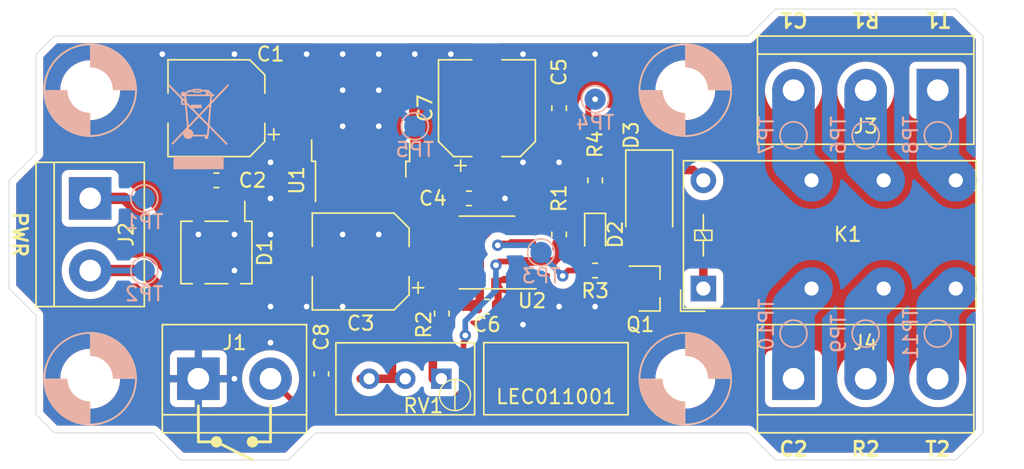
<source format=kicad_pcb>
(kicad_pcb (version 20211014) (generator pcbnew)
  (layers (0 "F.Cu" signal) (31 "B.Cu" signal) (34 "B.Paste" user) (35 "F.Paste" user) (36 "B.SilkS" user "B.Silkscreen") (37 "F.SilkS" user "F.Silkscreen") (38 "B.Mask" user) (39 "F.Mask" user) (44 "Edge.Cuts" user))
  (net 0 "")
  (net 1 "GND")
  (net 2 "Net-(C1-Pad1)")
  (net 3 "Net-(C3-Pad1)")
  (net 4 "Net-(C4-Pad1)")
  (net 5 "+5V")
  (net 6 "Net-(D1-Pad4)")
  (net 7 "Net-(D1-Pad3)")
  (net 8 "Net-(D2-Pad1)")
  (net 9 "Net-(D3-Pad2)")
  (net 10 "Net-(J1-Pad2)")
  (net 11 "/C1")
  (net 12 "/R1")
  (net 13 "/T1")
  (net 14 "/T2")
  (net 15 "/R2")
  (net 16 "/C2")
  (net 17 "Net-(Q1-Pad1)")
  (net 18 "Net-(R2-Pad2)")
  (net 19 "Net-(R3-Pad2)")
  (footprint "0_capacitors:CP_Elec_6.3x5.8" (layer "F.Cu") (at 92.71 34.29 180)
    (fp_text reference "C1" (at -3.81 3.81) (layer "F.SilkS"))
    (fp_text value "100uF")
    (pad "1" smd roundrect locked (at -2.2 0 180) (size 3.5 1.6) (layers "F.Cu" "F.Paste" "F.Mask") (roundrect_rratio 0.156) (net 2 "Net-(C1-Pad1)"))
    (pad "2" smd roundrect locked (at 2.2 0 180) (size 3.5 1.6) (layers "F.Cu" "F.Paste" "F.Mask") (roundrect_rratio 0.156) (net 1 "GND"))
  )
  (footprint "Capacitor_SMD:C_0603_1608Metric" (layer "F.Cu") (at 92.71 39.37 180)
    (fp_text reference "C2" (at -2.54 0) (layer "F.SilkS"))
    (fp_text value "100nF")
    (pad "1" smd roundrect locked (at -0.7875 0 180) (size 0.875 0.95) (layers "F.Cu" "F.Paste" "F.Mask") (net 2 "Net-(C1-Pad1)"))
    (pad "2" smd roundrect locked (at 0.7875 0 180) (size 0.875 0.95) (layers "F.Cu" "F.Paste" "F.Mask") (net 1 "GND"))
  )
  (footprint "Capacitor_SMD:C_0603_1608Metric" (layer "F.Cu") (at 110.49 40.64)
    (fp_text reference "C4" (at -2.54 0) (layer "F.SilkS"))
    (fp_text value "100nF")
    (pad "1" smd roundrect locked (at -0.7875 0) (size 0.875 0.95) (layers "F.Cu" "F.Paste" "F.Mask") (net 4 "Net-(C4-Pad1)"))
    (pad "2" smd roundrect locked (at 0.7875 0) (size 0.875 0.95) (layers "F.Cu" "F.Paste" "F.Mask") (net 1 "GND"))
  )
  (footprint "Capacitor_SMD:C_0603_1608Metric" (layer "F.Cu") (at 116.84 34.29 90)
    (fp_text reference "C5" (at 2.54 0 90) (layer "F.SilkS"))
    (fp_text value "100nF")
    (pad "1" smd roundrect locked (at -0.7875 0 90) (size 0.875 0.95) (layers "F.Cu" "F.Paste" "F.Mask") (net 5 "+5V"))
    (pad "2" smd roundrect locked (at 0.7875 0 90) (size 0.875 0.95) (layers "F.Cu" "F.Paste" "F.Mask") (net 1 "GND"))
  )
  (footprint "0_capacitors:CP_Elec_6.3x5.8" (layer "F.Cu") (at 111.76 34.29 90)
    (fp_text reference "C7" (at 0 -4.35 90) (layer "F.SilkS"))
    (fp_text value "100uF")
    (pad "1" smd roundrect locked (at -2.2 0 90) (size 3.5 1.6) (layers "F.Cu" "F.Paste" "F.Mask") (roundrect_rratio 0.156) (net 5 "+5V"))
    (pad "2" smd roundrect locked (at 2.2 0 90) (size 3.5 1.6) (layers "F.Cu" "F.Paste" "F.Mask") (roundrect_rratio 0.156) (net 1 "GND"))
  )
  (footprint "Package_TO_SOT_SMD:TO-269AA" (layer "F.Cu") (at 92.71 44.45 -90)
    (fp_text reference "D1" (at 0 -3.4 90) (layer "F.SilkS"))
    (fp_text value "MB10S")
    (pad "1" smd rect locked (at -3.075 -1.27 270) (size 1 0.8) (layers "F.Cu" "F.Paste" "F.Mask") (net 2 "Net-(C1-Pad1)"))
    (pad "2" smd rect locked (at -3.075 1.27 270) (size 1 0.8) (layers "F.Cu" "F.Paste" "F.Mask") (net 1 "GND"))
    (pad "3" smd rect locked (at 3.075 1.27 270) (size 1 0.8) (layers "F.Cu" "F.Paste" "F.Mask") (net 7 "Net-(D1-Pad3)"))
    (pad "4" smd rect locked (at 3.075 -1.27 270) (size 1 0.8) (layers "F.Cu" "F.Paste" "F.Mask") (net 6 "Net-(D1-Pad4)"))
  )
  (footprint "LED_SMD:LED_0603_1608Metric" (layer "F.Cu") (at 119.38 43.18 -90)
    (fp_text reference "D2" (at 0 -1.43 90) (layer "F.SilkS"))
    (fp_text value "LED")
    (pad "1" smd roundrect locked (at -0.7875 0 270) (size 0.875 0.95) (layers "F.Cu" "F.Paste" "F.Mask") (net 8 "Net-(D2-Pad1)"))
    (pad "2" smd roundrect locked (at 0.7875 0 270) (size 0.875 0.95) (layers "F.Cu" "F.Paste" "F.Mask") (net 5 "+5V"))
  )
  (footprint "Diode_SMD:D_SMA" (layer "F.Cu") (at 123.19 40.64 -90)
    (fp_text reference "D3" (at -4.445 1.27 90) (layer "F.SilkS"))
    (fp_text value "D")
    (pad "1" smd rect locked (at -2 0 270) (size 2.5 1.8) (layers "F.Cu" "F.Paste" "F.Mask") (net 5 "+5V"))
    (pad "2" smd rect locked (at 2 0 270) (size 2.5 1.8) (layers "F.Cu" "F.Paste" "F.Mask") (net 9 "Net-(D3-Pad2)"))
  )
  (footprint "0_mechanical:MountingHole_3.2mm_M3" (layer "F.Cu") (at 83.82 53.34)
    (fp_text reference "H1" hide)
    (fp_text value "MountingHole" hide)
    (pad "" np_thru_hole circle locked (at 0 0) (size 3.2 3.2) (drill 3.2) (layers *.Cu *.Mask))
  )
  (footprint "0_mechanical:MountingHole_3.2mm_M3" (layer "F.Cu") (at 125.73 33.02)
    (fp_text reference "H2" hide)
    (fp_text value "MountingHole" hide)
    (pad "" np_thru_hole circle locked (at 0 0) (size 3.2 3.2) (drill 3.2) (layers *.Cu *.Mask))
  )
  (footprint "0_mechanical:MountingHole_3.2mm_M3" (layer "F.Cu") (at 83.82 33.02)
    (fp_text reference "H3" hide)
    (fp_text value "MountingHole" hide)
    (pad "" np_thru_hole circle locked (at 0 0) (size 3.2 3.2) (drill 3.2) (layers *.Cu *.Mask))
  )
  (footprint "0_mechanical:MountingHole_3.2mm_M3" (layer "F.Cu") (at 125.73 53.34)
    (fp_text reference "H4" hide)
    (fp_text value "MountingHole" hide)
    (pad "" np_thru_hole circle locked (at 0 0) (size 3.2 3.2) (drill 3.2) (layers *.Cu *.Mask))
  )
  (footprint "0_connectors:TerminalBlock_bornier-2_P5.08mm-blue" (layer "F.Cu") (at 91.44 53.34)
    (fp_text reference "J1" (at 2.54 -2.54) (layer "F.SilkS"))
    (fp_text value "Button")
    (pad "1" thru_hole rect locked (at 0 0) (size 3 3) (drill 1.52) (layers *.Cu *.Mask) (net 1 "GND"))
    (pad "2" thru_hole circle locked (at 5.08 0) (size 3 3) (drill 1.52) (layers *.Cu *.Mask) (net 10 "Net-(J1-Pad2)"))
  )
  (footprint "0_connectors:TerminalBlock_bornier-2_P5.08mm-green" (layer "F.Cu") (at 83.82 40.64 -90)
    (fp_text reference "J2" (at 2.54 -2.54 90) (layer "F.SilkS"))
    (fp_text value "PWR")
    (pad "1" thru_hole rect locked (at 0 0 270) (size 3 3) (drill 1.52) (layers *.Cu *.Mask) (net 7 "Net-(D1-Pad3)"))
    (pad "2" thru_hole circle locked (at 5.08 0 270) (size 3 3) (drill 1.52) (layers *.Cu *.Mask) (net 6 "Net-(D1-Pad4)"))
  )
  (footprint "0_connectors:TerminalBlock_bornier-3_P5.08mm-blue" (layer "F.Cu") (at 138.43 33.02 180)
    (fp_text reference "J3" (at 0 -2.54) (layer "F.SilkS"))
    (fp_text value "CONTACT_1")
    (pad "1" thru_hole rect locked (at -5.08 0 180) (size 3 3) (drill 1.52) (layers *.Cu *.Mask) (net 13 "/T1"))
    (pad "2" thru_hole circle locked (at 0 0 180) (size 3 3) (drill 1.52) (layers *.Cu *.Mask) (net 12 "/R1"))
    (pad "3" thru_hole circle locked (at 5.08 0 180) (size 3 3) (drill 1.52) (layers *.Cu *.Mask) (net 11 "/C1"))
  )
  (footprint "0_connectors:TerminalBlock_bornier-3_P5.08mm-blue" (layer "F.Cu") (at 138.43 53.34)
    (fp_text reference "J4" (at -0.03 -2.54) (layer "F.SilkS"))
    (fp_text value "CONTACT_2")
    (pad "1" thru_hole rect locked (at -5.08 0) (size 3 3) (drill 1.52) (layers *.Cu *.Mask) (net 16 "/C2"))
    (pad "2" thru_hole circle locked (at 0 0) (size 3 3) (drill 1.52) (layers *.Cu *.Mask) (net 15 "/R2"))
    (pad "3" thru_hole circle locked (at 5.08 0) (size 3 3) (drill 1.52) (layers *.Cu *.Mask) (net 14 "/T2"))
  )
  (footprint "0_relays:Relay_DPDT_HK19F" (layer "F.Cu") (at 127 46.99)
    (fp_text reference "K1" (at 10.16 -3.81) (layer "F.SilkS"))
    (fp_text value "HK19F-5V")
    (pad "1" thru_hole circle locked (at 0 -7.62 90) (size 1.8 1.8) (drill 1) (layers *.Cu *.Mask) (net 5 "+5V"))
    (pad "4" thru_hole circle locked (at 7.62 -7.62 90) (size 1.8 1.8) (drill 1) (layers *.Cu *.Mask) (net 11 "/C1"))
    (pad "6" thru_hole circle locked (at 12.7 -7.62 90) (size 1.8 1.8) (drill 1) (layers *.Cu *.Mask) (net 12 "/R1"))
    (pad "8" thru_hole circle locked (at 17.78 -7.62 180) (size 1.8 1.8) (drill 1) (layers *.Cu *.Mask) (net 13 "/T1"))
    (pad "9" thru_hole circle locked (at 17.78 0 90) (size 1.8 1.8) (drill 1) (layers *.Cu *.Mask) (net 14 "/T2"))
    (pad "11" thru_hole circle locked (at 12.7 0 90) (size 1.8 1.8) (drill 1) (layers *.Cu *.Mask) (net 15 "/R2"))
    (pad "13" thru_hole circle locked (at 7.62 0 90) (size 1.8 1.8) (drill 1) (layers *.Cu *.Mask) (net 16 "/C2"))
    (pad "16" thru_hole rect locked (at 0 0 90) (size 1.8 1.8) (drill 1) (layers *.Cu *.Mask) (net 9 "Net-(D3-Pad2)"))
  )
  (footprint "0_logos:Logo_10mm" (layer "F.Cu") (at 116.62 52.07)
    (fp_text reference "LOGO1" hide)
    (fp_text value "logo_lectix_25mm" hide)
    (fp_poly (pts (xy -0.941598 0.135255) (xy -0.93688 0.184642) (xy -0.927286 0.233391) (xy -0.913012 0.281126) (xy -0.894257 0.327472) (xy -0.871216 0.372055) (xy -0.844087 0.4145) (xy -0.813067 0.454432) (xy -0.778352 0.491476) (xy -0.74014 0.525258) (xy -0.73406 0.530066) (xy -0.693962 0.558193) (xy -0.650655 0.582754) (xy -0.604786 0.603491) (xy -0.557001 0.620147) (xy -0.507946 0.632466) (xy -0.458267 0.640191) (xy -0.456939 0.640331) (xy -0.435583 0.641812) (xy -0.410988 0.642277) (xy -0.38483 0.641784) (xy -0.358784 0.640393) (xy -0.334525 0.638161) (xy -0.31496 0.635369) (xy -0.26458 0.623968) (xy -0.215829 0.608011) (xy -0.169027 0.587722) (xy -0.124494 0.563326) (xy -0.082553 0.53505) (xy -0.043523 0.503119) (xy -0.007725 0.467757) (xy 0.024521 0.429189) (xy 0.052893 0.387642) (xy 0.063459 0.36957) (xy 0.067764 0.361866) (xy 0.070977 0.356162) (xy 0.072419 0.35366) (xy 0.072428 0.353648) (xy 0.074718 0.354589) (xy 0.080966 0.357586) (xy 0.090622 0.362356) (xy 0.103134 0.368617) (xy 0.11795 0.376087) (xy 0.134518 0.384484) (xy 0.152288 0.393526) (xy 0.170709 0.40293) (xy 0.189227 0.412414) (xy 0.207292 0.421697) (xy 0.224353 0.430496) (xy 0.239857 0.43853) (xy 0.253254 0.445515) (xy 0.263992 0.45117) (xy 0.271519 0.455212) (xy 0.275284 0.45736) (xy 0.275579 0.457574) (xy 0.276342 0.459476) (xy 0.27565 0.462864) (xy 0.273236 0.468246) (xy 0.268829 0.47613) (xy 0.262161 0.487022) (xy 0.252963 0.501432) (xy 0.249532 0.50673) (xy 0.213745 0.557247) (xy 0.174233 0.604456) (xy 0.131253 0.648181) (xy 0.085061 0.688245) (xy 0.035915 0.724473) (xy -0.015929 0.75669) (xy -0.070214 0.784719) (xy -0.126683 0.808386) (xy -0.185078 0.827513) (xy -0.238614 0.840608) (xy -0.259549 0.844715) (xy -0.278693 0.847937) (xy -0.297214 0.850387) (xy -0.316279 0.852177) (xy -0.337056 0.853419) (xy -0.360714 0.854226) (xy -0.38481 0.854665) (xy -0.403035 0.85486) (xy -0.419929 0.85496) (xy -0.434719 0.854966) (xy -0.446633 0.85488) (xy -0.454897 0.854704) (xy -0.45847 0.854485) (xy -0.464358 0.853741) (xy -0.47369 0.85263) (xy -0.484862 0.851341) (xy -0.49022 0.850735) (xy -0.545997 0.842047) (xy -0.601993 0.828574) (xy -0.657599 0.810545) (xy -0.712206 0.788188) (xy -0.765203 0.761731) (xy -0.815981 0.731401) (xy -0.82423 0.725955) (xy -0.854202 0.705098) (xy -0.880956 0.684653) (xy -0.906058 0.663317) (xy -0.931073 0.63979) (xy -0.946282 0.624501) (xy -0.98848 0.577656) (xy -1.026384 0.528179) (xy -1.059914 0.476236) (xy -1.088986 0.421994) (xy -1.113518 0.365618) (xy -1.133426 0.307274) (xy -1.148629 0.247129) (xy -1.156813 0.201477) (xy -1.15802 0.192261) (xy -1.159423 0.17981) (xy -1.160913 0.165307) (xy -1.162382 0.149937) (xy -1.163719 0.134885) (xy -1.164815 0.121334) (xy -1.165562 0.11047) (xy -1.16585 0.103505) (xy -1.163398 0.103107) (xy -1.156379 0.102738) (xy -1.145308 0.102405) (xy -1.130696 0.102119) (xy -1.113059 0.101886) (xy -1.092909 0.101717) (xy -1.070759 0.10162) (xy -1.054481 0.1016) (xy -0.943101 0.1016) (xy -0.941598 0.135255)) (layer "F.Cu") (width 0.01) (fill solid))
    (fp_poly (pts (xy 4.376304 -0.819908) (xy 4.39485 -0.819812) (xy 4.508296 -0.81915) (xy 4.202148 -0.400817) (xy 4.172064 -0.359702) (xy 4.142787 -0.319675) (xy 4.114458 -0.280931) (xy 4.087217 -0.243662) (xy 4.061206 -0.20806) (xy 4.036566 -0.17432) (xy 4.013436 -0.142634) (xy 3.991957 -0.113194) (xy 3.972271 -0.086194) (xy 3.954518 -0.061828) (xy 3.938839 -0.040287) (xy 3.925374 -0.021764) (xy 3.914265 -0.006454) (xy 3.905651 0.005452) (xy 3.899674 0.01376) (xy 3.896474 0.018277) (xy 3.895946 0.019087) (xy 3.897407 0.021269) (xy 3.901707 0.02737) (xy 3.908703 0.037192) (xy 3.918256 0.050541) (xy 3.930224 0.06722) (xy 3.944465 0.087032) (xy 3.960838 0.109783) (xy 3.979202 0.135275) (xy 3.999416 0.163314) (xy 4.021337 0.193701) (xy 4.044825 0.226243) (xy 4.069739 0.260742) (xy 4.095938 0.297003) (xy 4.123279 0.334829) (xy 4.151622 0.374025) (xy 4.180825 0.414395) (xy 4.192671 0.430766) (xy 4.22219 0.471564) (xy 4.250913 0.511274) (xy 4.278699 0.549701) (xy 4.305405 0.586647) (xy 4.330889 0.621916) (xy 4.35501 0.65531) (xy 4.377626 0.686635) (xy 4.398595 0.715692) (xy 4.417775 0.742285) (xy 4.435025 0.766218) (xy 4.450202 0.787293) (xy 4.463164 0.805315) (xy 4.47377 0.820086) (xy 4.481878 0.831411) (xy 4.487346 0.839091) (xy 4.490033 0.842932) (xy 4.490296 0.843347) (xy 4.488016 0.843981) (xy 4.480822 0.844522) (xy 4.468878 0.844969) (xy 4.452349 0.845317) (xy 4.4314 0.845563) (xy 4.406196 0.845703) (xy 4.377266 0.845734) (xy 4.26339 0.845649) (xy 4.02209 0.51178) (xy 3.995526 0.475037) (xy 3.969765 0.439426) (xy 3.944965 0.405163) (xy 3.921283 0.372466) (xy 3.898876 0.34155) (xy 3.877902 0.312632) (xy 3.858517 0.285929) (xy 3.84088 0.261658) (xy 3.825147 0.240034) (xy 3.811475 0.221274) (xy 3.800023 0.205596) (xy 3.790948 0.193215) (xy 3.784406 0.184347) (xy 3.780556 0.179211) (xy 3.77952 0.177933) (xy 3.777906 0.17995) (xy 3.773455 0.185854) (xy 3.766324 0.195427) (xy 3.756674 0.208455) (xy 3.744661 0.224722) (xy 3.730447 0.24401) (xy 3.714188 0.266106) (xy 3.696044 0.290791) (xy 3.676173 0.317851) (xy 3.654734 0.34707) (xy 3.631887 0.378231) (xy 3.607789 0.411119) (xy 3.5826 0.445518) (xy 3.556477 0.481211) (xy 3.53568 0.509644) (xy 3.508925 0.546214) (xy 3.482965 0.581667) (xy 3.457961 0.615786) (xy 3.434072 0.648355) (xy 3.411458 0.679156) (xy 3.390279 0.707973) (xy 3.370693 0.734589) (xy 3.352863 0.758787) (xy 3.336946 0.78035) (xy 3.323102 0.799061) (xy 3.311493 0.814704) (xy 3.302276 0.827061) (xy 3.295613 0.835916) (xy 3.291662 0.841051) (xy 3.29057 0.842335) (xy 3.287574 0.842529) (xy 3.280025 0.84268) (xy 3.26845 0.842789) (xy 3.253375 0.842853) (xy 3.235327 0.84287) (xy 3.214833 0.842839) (xy 3.192419 0.842759) (xy 3.175648 0.842672) (xy 3.063267 0.84201) (xy 3.669225 0.01397) (xy 3.711717 -0.044093) (xy 3.753457 -0.101122) (xy 3.794343 -0.156981) (xy 3.834276 -0.211531) (xy 3.873154 -0.264637) (xy 3.910878 -0.316161) (xy 3.947347 -0.365964) (xy 3.982459 -0.413911) (xy 4.016115 -0.459864) (xy 4.048214 -0.503686) (xy 4.078655 -0.545239) (xy 4.107338 -0.584386) (xy 4.134162 -0.620989) (xy 4.159027 -0.654913) (xy 4.181832 -0.686019) (xy 4.202477 -0.714169) (xy 4.22086 -0.739228) (xy 4.236882 -0.761057) (xy 4.250441 -0.779519) (xy 4.261437 -0.794478) (xy 4.269771 -0.805795) (xy 4.27534 -0.813333) (xy 4.278045 -0.816956) (xy 4.278294 -0.817272) (xy 4.280129 -0.818064) (xy 4.284193 -0.818708) (xy 4.29086 -0.819211) (xy 4.300504 -0.819582) (xy 4.313497 -0.819829) (xy 4.330212 -0.819961) (xy 4.351024 -0.819984) (xy 4.376304 -0.819908)) (layer "F.Cu") (width 0.01) (fill solid))
    (fp_poly (pts (xy -1.68148 0.10922) (xy -2.44094 0.10922) (xy -2.44094 0.45212) (xy -2.66192 0.45212) (xy -2.66192 -0.1143) (xy -1.68148 -0.1143) (xy -1.68148 0.10922)) (layer "F.Cu") (width 0.01) (fill solid))
    (fp_poly (pts (xy -0.373791 -0.828885) (xy -0.352051 -0.828102) (xy -0.333524 -0.826865) (xy -0.32512 -0.825987) (xy -0.263464 -0.815889) (xy -0.203518 -0.801142) (xy -0.145498 -0.78188) (xy -0.08962 -0.75824) (xy -0.036099 -0.730358) (xy 0.01485 -0.698368) (xy 0.063012 -0.662408) (xy 0.108171 -0.622612) (xy 0.150111 -0.579116) (xy 0.188617 -0.532056) (xy 0.223475 -0.481567) (xy 0.224753 -0.479538) (xy 0.23095 -0.469396) (xy 0.235873 -0.460824) (xy 0.239032 -0.454716) (xy 0.239933 -0.451966) (xy 0.239927 -0.451954) (xy 0.237616 -0.450206) (xy 0.231584 -0.446064) (xy 0.222376 -0.439884) (xy 0.210541 -0.432024) (xy 0.196627 -0.422841) (xy 0.181181 -0.412692) (xy 0.16475 -0.401934) (xy 0.147883 -0.390925) (xy 0.131127 -0.380021) (xy 0.115029 -0.369581) (xy 0.100138 -0.359961) (xy 0.087 -0.351518) (xy 0.076165 -0.34461) (xy 0.068178 -0.339593) (xy 0.063588 -0.336826) (xy 0.062794 -0.336416) (xy 0.059968 -0.337282) (xy 0.055905 -0.341905) (xy 0.050305 -0.350661) (xy 0.047184 -0.356086) (xy 0.030089 -0.383572) (xy 0.009427 -0.411998) (xy -0.013771 -0.440148) (xy -0.038472 -0.466803) (xy -0.063644 -0.490746) (xy -0.07552 -0.50086) (xy -0.116154 -0.530828) (xy -0.159753 -0.556873) (xy -0.205804 -0.578774) (xy -0.253792 -0.59631) (xy -0.303203 -0.60926) (xy -0.343548 -0.616187) (xy -0.365054 -0.618232) (xy -0.389779 -0.619278) (xy -0.41624 -0.619363) (xy -0.442955 -0.61852) (xy -0.468443 -0.616786) (xy -0.491221 -0.614196) (xy -0.502174 -0.612397) (xy -0.552714 -0.600392) (xy -0.601225 -0.583901) (xy -0.647466 -0.563143) (xy -0.691196 -0.538334) (xy -0.732174 -0.509692) (xy -0.770159 -0.477434) (xy -0.80491 -0.441777) (xy -0.836186 -0.402938) (xy -0.863748 -0.361136) (xy -0.887352 -0.316587) (xy -0.90676 -0.269508) (xy -0.916801 -0.238379) (xy -0.927444 -0.193948) (xy -0.934072 -0.147895) (xy -0.936568 -0.109855) (xy -0.937972 -0.06858) (xy -1.158969 -0.06858) (xy -1.157493 -0.113665) (xy -1.153049 -0.173235) (xy -1.143761 -0.231781) (xy -1.129804 -0.289055) (xy -1.111357 -0.344808) (xy -1.088595 -0.398794) (xy -1.061694 -0.450761) (xy -1.030832 -0.500463) (xy -0.996184 -0.547651) (xy -0.957927 -0.592077) (xy -0.916238 -0.63349) (xy -0.871292 -0.671645) (xy -0.823267 -0.706291) (xy -0.772339 -0.73718) (xy -0.718684 -0.764064) (xy -0.6858 -0.777954) (xy -0.632923 -0.796535) (xy -0.578211 -0.811237) (xy -0.520795 -0.822284) (xy -0.50546 -0.824566) (xy -0.489281 -0.826312) (xy -0.469218 -0.827661) (xy -0.446456 -0.828601) (xy -0.422175 -0.829125) (xy -0.397559 -0.829223) (xy -0.373791 -0.828885)) (layer "F.Cu") (width 0.01) (fill solid))
    (fp_poly (pts (xy -3.1115 0.85344) (xy -4.25958 0.85344) (xy -4.25958 0.62992) (xy -3.1115 0.62992) (xy -3.1115 0.85344)) (layer "F.Cu") (width 0.01) (fill solid))
    (fp_poly (pts (xy -1.56718 0.85344) (xy -2.65938 0.85344) (xy -2.65938 0.62992) (xy -1.56718 0.62992) (xy -1.56718 0.85344)) (layer "F.Cu") (width 0.01) (fill solid))
    (fp_poly (pts (xy 1.3716 0.84582) (xy 1.15062 0.84582) (xy 1.15062 -0.43688) (xy 1.3716 -0.43688) (xy 1.3716 0.84582)) (layer "F.Cu") (width 0.01) (fill solid))
    (fp_poly (pts (xy -1.56718 -0.61214) (xy -2.44094 -0.61214) (xy -2.44094 -0.29972) (xy -2.66446 -0.29972) (xy -2.66446 -0.83312) (xy -1.56718 -0.83312) (xy -1.56718 -0.61214)) (layer "F.Cu") (width 0.01) (fill solid))
    (fp_poly (pts (xy -4.0386 0.45212) (xy -4.25958 0.45212) (xy -4.25958 -0.82296) (xy -4.0386 -0.82296) (xy -4.0386 0.45212)) (layer "F.Cu") (width 0.01) (fill solid))
    (fp_poly (pts (xy 1.95072 -0.60452) (xy 0.58166 -0.60452) (xy 0.58166 -0.8255) (xy 1.95072 -0.8255) (xy 1.95072 -0.60452)) (layer "F.Cu") (width 0.01) (fill solid))
    (fp_poly (pts (xy 2.61874 0.84582) (xy 2.39776 0.84582) (xy 2.39776 -0.8255) (xy 2.61874 -0.8255) (xy 2.61874 0.84582)) (layer "F.Cu") (width 0.01) (fill solid))
    (fp_poly (pts (xy 3.260968 -0.8255) (xy 3.466269 -0.542956) (xy 3.490799 -0.509165) (xy 3.514493 -0.476463) (xy 3.53718 -0.445091) (xy 3.558689 -0.415286) (xy 3.578848 -0.387289) (xy 3.597487 -0.361337) (xy 3.614435 -0.337671) (xy 3.62952 -0.31653) (xy 3.642571 -0.298152) (xy 3.653418 -0.282777) (xy 3.661889 -0.270644) (xy 3.667814 -0.261991) (xy 3.671021 -0.257058) (xy 3.67157 -0.255979) (xy 3.670129 -0.252999) (xy 3.666077 -0.246561) (xy 3.659817 -0.237221) (xy 3.651755 -0.225539) (xy 3.642293 -0.212072) (xy 3.631838 -0.197378) (xy 3.620793 -0.182016) (xy 3.609562 -0.166543) (xy 3.598551 -0.151517) (xy 3.588162 -0.137496) (xy 3.578801 -0.125038) (xy 3.570872 -0.114702) (xy 3.564779 -0.107045) (xy 3.560927 -0.102625) (xy 3.55981 -0.101753) (xy 3.558071 -0.103777) (xy 3.553504 -0.109705) (xy 3.546264 -0.119329) (xy 3.536502 -0.132439) (xy 3.524373 -0.148826) (xy 3.510029 -0.168281) (xy 3.493625 -0.190595) (xy 3.475313 -0.215558) (xy 3.455247 -0.242963) (xy 3.433579 -0.272598) (xy 3.410465 -0.304257) (xy 3.386056 -0.337728) (xy 3.360506 -0.372804) (xy 3.333968 -0.409276) (xy 3.306596 -0.446933) (xy 3.29819 -0.458507) (xy 3.270558 -0.496555) (xy 3.243707 -0.533532) (xy 3.217789 -0.569228) (xy 3.19296 -0.603428) (xy 3.169374 -0.635919) (xy 3.147186 -0.666489) (xy 3.126549 -0.694925) (xy 3.107618 -0.721015) (xy 3.090548 -0.744544) (xy 3.075493 -0.765301) (xy 3.062608 -0.783073) (xy 3.052047 -0.797646) (xy 3.043964 -0.808808) (xy 3.038514 -0.816346) (xy 3.035851 -0.820048) (xy 3.035625 -0.82037) (xy 3.034877 -0.821583) (xy 3.034715 -0.822588) (xy 3.035563 -0.823405) (xy 3.037844 -0.824053) (xy 3.041981 -0.824551) (xy 3.048399 -0.824919) (xy 3.057522 -0.825177) (xy 3.069772 -0.825345) (xy 3.085573 -0.825441) (xy 3.105349 -0.825486) (xy 3.129525 -0.8255) (xy 3.146554 -0.825501) (xy 3.260968 -0.8255)) (layer "F.Cu") (width 0.01) (fill solid))
  )
  (footprint "Package_TO_SOT_SMD:SOT-23" (layer "F.Cu") (at 123.19 46.99)
    (fp_text reference "Q1" (at -0.635 2.54) (layer "F.SilkS"))
    (fp_text value "S8050")
    (pad "1" smd rect locked (at -1 -0.95) (size 0.9 0.8) (layers "F.Cu" "F.Paste" "F.Mask") (net 17 "Net-(Q1-Pad1)"))
    (pad "2" smd rect locked (at -1 0.95) (size 0.9 0.8) (layers "F.Cu" "F.Paste" "F.Mask") (net 1 "GND"))
    (pad "3" smd rect locked (at 1 0) (size 0.9 0.8) (layers "F.Cu" "F.Paste" "F.Mask") (net 9 "Net-(D3-Pad2)"))
  )
  (footprint "Resistor_SMD:R_0603_1608Metric" (layer "F.Cu") (at 119.38 45.72 180)
    (fp_text reference "R3" (at 0 -1.43) (layer "F.SilkS"))
    (fp_text value "1k")
    (pad "1" smd roundrect locked (at -0.7875 0 180) (size 0.875 0.95) (layers "F.Cu" "F.Paste" "F.Mask") (net 17 "Net-(Q1-Pad1)"))
    (pad "2" smd roundrect locked (at 0.7875 0 180) (size 0.875 0.95) (layers "F.Cu" "F.Paste" "F.Mask") (net 19 "Net-(R3-Pad2)"))
  )
  (footprint "Resistor_SMD:R_0603_1608Metric" (layer "F.Cu") (at 119.38 39.37 -90)
    (fp_text reference "R4" (at -2.54 0 90) (layer "F.SilkS"))
    (fp_text value "10k")
    (pad "1" smd roundrect locked (at -0.7875 0 270) (size 0.875 0.95) (layers "F.Cu" "F.Paste" "F.Mask") (net 9 "Net-(D3-Pad2)"))
    (pad "2" smd roundrect locked (at 0.7875 0 270) (size 0.875 0.95) (layers "F.Cu" "F.Paste" "F.Mask") (net 8 "Net-(D2-Pad1)"))
  )
  (footprint "Package_TO_SOT_SMD:TO-252-2" (layer "F.Cu") (at 102.87 35.56 90)
    (fp_text reference "U1" (at -3.81 -4.5 90) (layer "F.SilkS"))
    (fp_text value "MC78M05_TO252")
    (pad "1" smd rect locked (at -4.2 -2.28 90) (size 2.2 1.2) (layers "F.Cu" "F.Paste" "F.Mask") (net 2 "Net-(C1-Pad1)"))
    (pad "2" smd rect locked (at 2.1 0 90) (size 6.4 5.8) (layers "F.Cu" "F.Mask") (net 1 "GND"))
    (pad "3" smd rect locked (at -4.2 2.28 90) (size 2.2 1.2) (layers "F.Cu" "F.Paste" "F.Mask") (net 5 "+5V"))
  )
  (footprint "0_capacitors:CP_Elec_6.3x5.8" (layer "F.Cu") (at 102.87 45.085 180)
    (fp_text reference "C3" (at 0 -4.35) (layer "F.SilkS"))
    (fp_text value "100uF")
    (pad "1" smd roundrect locked (at -2.2 0 180) (size 3.5 1.6) (layers "F.Cu" "F.Paste" "F.Mask") (roundrect_rratio 0.156) (net 3 "Net-(C3-Pad1)"))
    (pad "2" smd roundrect locked (at 2.2 0 180) (size 3.5 1.6) (layers "F.Cu" "F.Paste" "F.Mask") (roundrect_rratio 0.156) (net 1 "GND"))
  )
  (footprint "0_potentiometers:Potentiometer_3296W_Vertical" (layer "F.Cu") (at 108.55 53.34)
    (fp_text reference "RV1" (at -1.27 1.905) (layer "F.SilkS"))
    (fp_text value "2M")
    (pad "1" thru_hole rect locked (at 0 0) (size 1.44 1.44) (drill 0.8) (layers *.Cu *.Mask) (net 18 "Net-(R2-Pad2)"))
    (pad "2" thru_hole circle locked (at -2.54 0) (size 1.44 1.44) (drill 0.8) (layers *.Cu *.Mask) (net 3 "Net-(C3-Pad1)"))
    (pad "3" thru_hole circle locked (at -5.08 0) (size 1.44 1.44) (drill 0.8) (layers *.Cu *.Mask) (net 3 "Net-(C3-Pad1)"))
  )
  (footprint "Resistor_SMD:R_0603_1608Metric" (layer "F.Cu") (at 108.585 48.7425 -90)
    (fp_text reference "R2" (at 0.7875 1.27 90) (layer "F.SilkS"))
    (fp_text value "10k")
    (pad "1" smd roundrect locked (at -0.7875 0 270) (size 0.875 0.95) (layers "F.Cu" "F.Paste" "F.Mask") (net 5 "+5V"))
    (pad "2" smd roundrect locked (at 0.7875 0 270) (size 0.875 0.95) (layers "F.Cu" "F.Paste" "F.Mask") (net 18 "Net-(R2-Pad2)"))
  )
  (footprint "Package_SO:SOIC-8_3.9x4.9mm_P1.27mm" (layer "F.Cu") (at 111.76 44.45 180)
    (fp_text reference "U2" (at -3.175 -3.4) (layer "F.SilkS"))
    (fp_text value "NE555D")
    (pad "1" smd roundrect locked (at -2.475 -1.905 180) (size 1.95 0.6) (layers "F.Cu" "F.Paste" "F.Mask") (net 1 "GND"))
    (pad "2" smd roundrect locked (at -2.475 -0.635 180) (size 1.95 0.6) (layers "F.Cu" "F.Paste" "F.Mask") (net 10 "Net-(J1-Pad2)"))
    (pad "3" smd roundrect locked (at -2.475 0.635 180) (size 1.95 0.6) (layers "F.Cu" "F.Paste" "F.Mask") (net 19 "Net-(R3-Pad2)"))
    (pad "4" smd roundrect locked (at -2.475 1.905 180) (size 1.95 0.6) (layers "F.Cu" "F.Paste" "F.Mask") (net 5 "+5V"))
    (pad "5" smd roundrect locked (at 2.475 1.905 180) (size 1.95 0.6) (layers "F.Cu" "F.Paste" "F.Mask") (net 4 "Net-(C4-Pad1)"))
    (pad "6" smd roundrect locked (at 2.475 0.635 180) (size 1.95 0.6) (layers "F.Cu" "F.Paste" "F.Mask") (net 3 "Net-(C3-Pad1)"))
    (pad "7" smd roundrect locked (at 2.475 -0.635 180) (size 1.95 0.6) (layers "F.Cu" "F.Paste" "F.Mask") (net 3 "Net-(C3-Pad1)"))
    (pad "8" smd roundrect locked (at 2.475 -1.905 180) (size 1.95 0.6) (layers "F.Cu" "F.Paste" "F.Mask") (net 5 "+5V"))
  )
  (footprint "Resistor_SMD:R_0603_1608Metric" (layer "F.Cu") (at 116.84 43.18 -90)
    (fp_text reference "R1" (at -2.54 0 90) (layer "F.SilkS"))
    (fp_text value "10k")
    (pad "1" smd roundrect locked (at -0.7875 0 270) (size 0.875 0.95) (layers "F.Cu" "F.Paste" "F.Mask") (net 5 "+5V"))
    (pad "2" smd roundrect locked (at 0.7875 0 270) (size 0.875 0.95) (layers "F.Cu" "F.Paste" "F.Mask") (net 10 "Net-(J1-Pad2)"))
  )
  (footprint "Capacitor_SMD:C_0603_1608Metric" (layer "F.Cu") (at 111.76 48.26)
    (fp_text reference "C6" (at 0 1.27) (layer "F.SilkS"))
    (fp_text value "100nF")
    (pad "1" smd roundrect locked (at -0.7875 0) (size 0.875 0.95) (layers "F.Cu" "F.Paste" "F.Mask") (net 5 "+5V"))
    (pad "2" smd roundrect locked (at 0.7875 0) (size 0.875 0.95) (layers "F.Cu" "F.Paste" "F.Mask") (net 1 "GND"))
  )
  (footprint "Capacitor_SMD:C_0603_1608Metric" (layer "F.Cu") (at 100.1 53 90)
    (fp_text reference "C8" (at 2.6 0 90) (layer "F.SilkS"))
    (fp_text value "100nF")
    (pad "1" smd roundrect (at -0.775 0 90) (size 0.9 0.95) (layers "F.Cu" "F.Paste" "F.Mask") (net 10 "Net-(J1-Pad2)"))
    (pad "2" smd roundrect (at 0.775 0 90) (size 0.9 0.95) (layers "F.Cu" "F.Paste" "F.Mask") (net 1 "GND"))
  )
  (footprint "TestPoint:TestPoint_Pad_D1.5mm" (layer "B.Cu") (at 87.63 40.64)
    (fp_text reference "TP1" (at 0 1.648) (layer "B.SilkS") (effects (justify mirror)))
    (fp_text value "TestPoint_Probe")
    (pad "1" smd circle locked (at 0 0) (size 1.5 1.5) (layers "B.Cu" "B.Mask") (net 7 "Net-(D1-Pad3)"))
  )
  (footprint "TestPoint:TestPoint_Pad_D1.5mm" (layer "B.Cu") (at 87.63 45.72)
    (fp_text reference "TP2" (at 0 1.648) (layer "B.SilkS") (effects (justify mirror)))
    (fp_text value "TestPoint_Probe")
    (pad "1" smd circle locked (at 0 0) (size 1.5 1.5) (layers "B.Cu" "B.Mask") (net 6 "Net-(D1-Pad4)"))
  )
  (footprint "TestPoint:TestPoint_Pad_D1.5mm" (layer "B.Cu") (at 115.57 44.45)
    (fp_text reference "TP3" (at 0 1.648) (layer "B.SilkS") (effects (justify mirror)))
    (fp_text value "TestPoint_Probe")
    (pad "1" smd circle locked (at 0 0) (size 1.5 1.5) (layers "B.Cu" "B.Mask") (net 19 "Net-(R3-Pad2)"))
  )
  (footprint "TestPoint:TestPoint_Pad_D1.5mm" (layer "B.Cu") (at 119.38 33.655)
    (fp_text reference "TP4" (at 0 1.648) (layer "B.SilkS") (effects (justify mirror)))
    (fp_text value "TestPoint_Probe")
    (pad "1" smd circle locked (at 0 0) (size 1.5 1.5) (layers "B.Cu" "B.Mask") (net 5 "+5V"))
  )
  (footprint "TestPoint:TestPoint_Pad_D1.5mm" (layer "B.Cu") (at 106.68 35.56)
    (fp_text reference "TP5" (at 0 1.648) (layer "B.SilkS") (effects (justify mirror)))
    (fp_text value "TestPoint_Probe")
    (pad "1" smd circle locked (at 0 0) (size 1.5 1.5) (layers "B.Cu" "B.Mask") (net 1 "GND"))
  )
  (footprint "TestPoint:TestPoint_Pad_D1.5mm" (layer "B.Cu") (at 138.43 36.195)
    (fp_text reference "TP6" (at -1.905 0 90) (layer "B.SilkS") (effects (justify mirror)))
    (fp_text value "TestPoint_Probe")
    (pad "1" smd circle locked (at 0 0) (size 1.5 1.5) (layers "B.Cu" "B.Mask") (net 12 "/R1"))
  )
  (footprint "TestPoint:TestPoint_Pad_D1.5mm" (layer "B.Cu") (at 133.35 36.195)
    (fp_text reference "TP7" (at -1.905 0 90) (layer "B.SilkS") (effects (justify mirror)))
    (fp_text value "TestPoint_Probe")
    (pad "1" smd circle locked (at 0 0) (size 1.5 1.5) (layers "B.Cu" "B.Mask") (net 11 "/C1"))
  )
  (footprint "TestPoint:TestPoint_Pad_D1.5mm" (layer "B.Cu") (at 143.51 36.195)
    (fp_text reference "TP8" (at -1.905 0 90) (layer "B.SilkS") (effects (justify mirror)))
    (fp_text value "TestPoint_Probe")
    (pad "1" smd circle locked (at 0 0) (size 1.5 1.5) (layers "B.Cu" "B.Mask") (net 13 "/T1"))
  )
  (footprint "TestPoint:TestPoint_Pad_D1.5mm" (layer "B.Cu") (at 138.43 50.165)
    (fp_text reference "TP9" (at -1.905 0 90) (layer "B.SilkS") (effects (justify mirror)))
    (fp_text value "TestPoint_Probe")
    (pad "1" smd circle locked (at 0 0) (size 1.5 1.5) (layers "B.Cu" "B.Mask") (net 15 "/R2"))
  )
  (footprint "TestPoint:TestPoint_Pad_D1.5mm" (layer "B.Cu") (at 133.35 50.165)
    (fp_text reference "TP10" (at -1.905 -0.635 90) (layer "B.SilkS") (effects (justify mirror)))
    (fp_text value "TestPoint_Probe")
    (pad "1" smd circle locked (at 0 0) (size 1.5 1.5) (layers "B.Cu" "B.Mask") (net 16 "/C2"))
  )
  (footprint "TestPoint:TestPoint_Pad_D1.5mm" (layer "B.Cu") (at 143.51 50.165)
    (fp_text reference "TP11" (at -1.905 0 90) (layer "B.SilkS") (effects (justify mirror)))
    (fp_text value "TestPoint_Probe")
    (pad "1" smd circle locked (at 0 0) (size 1.5 1.5) (layers "B.Cu" "B.Mask") (net 14 "/T2"))
  )
  (footprint "Symbol:WEEE-Logo_4.2x6mm_SilkScreen" (layer "B.Cu") (at 91.44 35.56 180)
    (fp_text reference "REF**" hide)
    (fp_text value "WEEE-Logo_4.2x6mm_SilkScreen" hide)
  )
  (gr_line (start 121.7 50.8) (end 111.54 50.8) (layer "F.SilkS") (width 0.12))
  (gr_circle (center 92.71 57.785) (end 92.91 57.785) (layer "F.SilkS") (width 0.4) (fill none))
  (gr_line (start 96.52 57.785) (end 95.25 57.785) (layer "F.SilkS") (width 0.2))
  (gr_line (start 121.7 55.88) (end 121.7 50.8) (layer "F.SilkS") (width 0.12))
  (gr_line (start 92.71 57.785) (end 95.25 59.055) (layer "F.SilkS") (width 0.2))
  (gr_line (start 96.52 55.245) (end 96.52 57.785) (layer "F.SilkS") (width 0.2))
  (gr_line (start 111.54 55.88) (end 121.7 55.88) (layer "F.SilkS") (width 0.12))
  (gr_circle (center 95.25 57.785) (end 95.45 57.785) (layer "F.SilkS") (width 0.4) (fill none))
  (gr_line (start 91.44 55.245) (end 91.44 57.785) (layer "F.SilkS") (width 0.2))
  (gr_line (start 111.54 50.8) (end 111.54 55.88) (layer "F.SilkS") (width 0.12))
  (gr_line (start 91.44 57.785) (end 92.71 57.785) (layer "F.SilkS") (width 0.2))
  (gr_line (start 144.78 59.055) (end 146.685 57.15) (layer "Edge.Cuts") (width 0.05))
  (gr_line (start 80.01 55.245) (end 80.01 55.88) (layer "Edge.Cuts") (width 0.05))
  (gr_line (start 130.175 29.21) (end 81.915 29.21) (layer "Edge.Cuts") (width 0.05))
  (gr_line (start 146.685 57.15) (end 146.685 29.21) (layer "Edge.Cuts") (width 0.05))
  (gr_line (start 80.01 30.48) (end 80.01 37.465) (layer "Edge.Cuts") (width 0.05))
  (gr_line (start 80.01 55.88) (end 81.28 57.15) (layer "Edge.Cuts") (width 0.05))
  (gr_line (start 146.685 29.21) (end 144.78 27.305) (layer "Edge.Cuts") (width 0.05))
  (gr_line (start 97.79 59.055) (end 99.695 57.15) (layer "Edge.Cuts") (width 0.05))
  (gr_line (start 80.01 37.465) (end 78.105 39.37) (layer "Edge.Cuts") (width 0.05))
  (gr_line (start 81.28 29.21) (end 80.01 30.48) (layer "Edge.Cuts") (width 0.05))
  (gr_line (start 130.175 57.15) (end 132.08 59.055) (layer "Edge.Cuts") (width 0.05))
  (gr_line (start 132.08 27.305) (end 130.175 29.21) (layer "Edge.Cuts") (width 0.05))
  (gr_line (start 78.105 46.99) (end 80.01 48.895) (layer "Edge.Cuts") (width 0.05))
  (gr_line (start 99.695 57.15) (end 130.175 57.15) (layer "Edge.Cuts") (width 0.05))
  (gr_line (start 81.915 29.21) (end 81.28 29.21) (layer "Edge.Cuts") (width 0.05))
  (gr_line (start 88.265 57.15) (end 90.17 59.055) (layer "Edge.Cuts") (width 0.05))
  (gr_line (start 81.28 57.15) (end 88.265 57.15) (layer "Edge.Cuts") (width 0.05))
  (gr_line (start 132.08 59.055) (end 144.78 59.055) (layer "Edge.Cuts") (width 0.05))
  (gr_line (start 90.17 59.055) (end 97.79 59.055) (layer "Edge.Cuts") (width 0.05))
  (gr_line (start 144.78 27.305) (end 132.08 27.305) (layer "Edge.Cuts") (width 0.05))
  (gr_line (start 80.01 48.895) (end 80.01 55.245) (layer "Edge.Cuts") (width 0.05))
  (gr_line (start 78.105 39.37) (end 78.105 46.99) (layer "Edge.Cuts") (width 0.05))
  (gr_text "T1" (at 143.51 28.067 180) (layer "F.SilkS") (effects (font (size 1 1) (thickness 0.2))))
  (gr_text "C1" (at 133.35 28.067 180) (layer "F.SilkS") (effects (font (size 1 1) (thickness 0.2))))
  (gr_text "R1" (at 138.43 28.067 180) (layer "F.SilkS") (effects (font (size 1 1) (thickness 0.2))))
  (gr_text "T2" (at 143.51 58.293) (layer "F.SilkS") (effects (font (size 1 1) (thickness 0.2))))
  (gr_text "R2" (at 138.43 58.293) (layer "F.SilkS") (effects (font (size 1 1) (thickness 0.2))))
  (gr_text "PWR" (at 78.867 43.18 -90) (layer "F.SilkS") (effects (font (size 1 1) (thickness 0.2))))
  (gr_text "C2" (at 133.35 58.293) (layer "F.SilkS") (effects (font (size 1 1) (thickness 0.2))))
  (gr_text "LEC011001" (at 116.62 54.61) (layer "F.SilkS") (effects (font (size 1 1))))
  (segment (start 114.7825 33.5025) (end 116.84 33.5025) (width 0.8) (layer "F.Cu") (net 1))
  (segment (start 90.51 36.916) (end 90.51 34.29) (width 0.8) (layer "F.Cu") (net 1))
  (segment (start 91.44 41.375) (end 91.44 40.64) (width 0.8) (layer "F.Cu") (net 1))
  (segment (start 113.37 32.09) (end 114.7825 33.5025) (width 0.8) (layer "F.Cu") (net 1))
  (segment (start 111.76 32.09) (end 113.37 32.09) (width 0.8) (layer "F.Cu") (net 1))
  (segment (start 91.44 40.64) (end 91.9225 40.1575) (width 0.8) (layer "F.Cu") (net 1))
  (segment (start 91.9225 39.37) (end 91.9225 38.3285) (width 0.8) (layer "F.Cu") (net 1))
  (segment (start 91.9225 38.3285) (end 90.51 36.916) (width 0.8) (layer "F.Cu") (net 1))
  (segment (start 91.9225 40.1575) (end 91.9225 39.37) (width 0.8) (layer "F.Cu") (net 1))
  (via (at 93.98 30.48) (size 0.8) (drill 0.4) (layers "F.Cu" "B.Cu") (net 1))
  (via (at 93.98 53.34) (size 0.8) (drill 0.4) (layers "F.Cu" "B.Cu") (net 1))
  (via (at 99.06 30.48) (size 0.8) (drill 0.4) (layers "F.Cu" "B.Cu") (net 1))
  (via (at 101.6 30.48) (size 0.8) (drill 0.4) (layers "F.Cu" "B.Cu") (net 1))
  (via (at 101.6 35.56) (size 0.8) (drill 0.4) (layers "F.Cu" "B.Cu") (net 1))
  (via (at 101.6 33.02) (size 0.8) (drill 0.4) (layers "F.Cu" "B.Cu") (net 1))
  (via (at 96.52 38.1) (size 0.8) (drill 0.4) (layers "F.Cu" "B.Cu") (net 1))
  (via (at 116.84 38.1) (size 0.8) (drill 0.4) (layers "F.Cu" "B.Cu") (net 1))
  (via (at 104.14 33.02) (size 0.8) (drill 0.4) (layers "F.Cu" "B.Cu") (net 1))
  (via (at 106.68 30.48) (size 0.8) (drill 0.4) (layers "F.Cu" "B.Cu") (net 1))
  (via (at 99.06 48.26) (size 0.8) (drill 0.4) (layers "F.Cu" "B.Cu") (net 1))
  (via (at 104.14 30.48) (size 0.8) (drill 0.4) (layers "F.Cu" "B.Cu") (net 1))
  (via (at 88.9 30.48) (size 0.8) (drill 0.4) (layers "F.Cu" "B.Cu") (net 1))
  (via (at 101.6 43.18) (size 0.8) (drill 0.4) (layers "F.Cu" "B.Cu") (net 1))
  (via (at 96.52 48.26) (size 0.8) (drill 0.4) (layers "F.Cu" "B.Cu") (net 1))
  (via (at 119.38 30.48) (size 0.8) (drill 0.4) (layers "F.Cu" "B.Cu") (net 1))
  (via (at 93.98 45.72) (size 0.8) (drill 0.4) (layers "F.Cu" "B.Cu") (net 1))
  (via (at 113.03 40.64) (size 0.8) (drill 0.4) (layers "F.Cu" "B.Cu") (net 1))
  (via (at 119.38 48.26) (size 0.8) (drill 0.4) (layers "F.Cu" "B.Cu") (net 1))
  (via (at 101.6 48.26) (size 0.8) (drill 0.4) (layers "F.Cu" "B.Cu") (net 1))
  (via (at 114.3 49.53) (size 0.8) (drill 0.4) (layers "F.Cu" "B.Cu") (net 1))
  (via (at 114.3 30.48) (size 0.8) (drill 0.4) (layers "F.Cu" "B.Cu") (net 1))
  (via (at 104.14 43.18) (size 0.8) (drill 0.4) (layers "F.Cu" "B.Cu") (net 1))
  (via (at 116.84 48.26) (size 0.8) (drill 0.4) (layers "F.Cu" "B.Cu") (net 1))
  (via (at 114.3 38.1) (size 0.8) (drill 0.4) (layers "F.Cu" "B.Cu") (net 1))
  (via (at 96.52 50.8) (size 0.8) (drill 0.4) (layers "F.Cu" "B.Cu") (net 1))
  (via (at 109.22 30.48) (size 0.8) (drill 0.4) (layers "F.Cu" "B.Cu") (net 1))
  (via (at 96.52 40.64) (size 0.8) (drill 0.4) (layers "F.Cu" "B.Cu") (net 1))
  (via (at 91.44 43.18) (size 0.8) (drill 0.4) (layers "F.Cu" "B.Cu") (net 1))
  (via (at 93.98 43.18) (size 0.8) (drill 0.4) (layers "F.Cu" "B.Cu") (net 1))
  (via (at 104.14 35.56) (size 0.8) (drill 0.4) (layers "F.Cu" "B.Cu") (net 1))
  (via (at 96.52 43.18) (size 0.8) (drill 0.4) (layers "F.Cu" "B.Cu") (net 1))
  (segment (start 93.4975 40.2845) (end 93.4975 39.37) (width 0.8) (layer "F.Cu") (net 2))
  (segment (start 93.4975 39.37) (end 93.4975 38.3285) (width 0.8) (layer "F.Cu") (net 2))
  (segment (start 93.98 40.767) (end 93.4975 40.2845) (width 0.8) (layer "F.Cu") (net 2))
  (segment (start 98.171 34.798) (end 97.663 34.29) (width 0.8) (layer "F.Cu") (net 2))
  (segment (start 98.171 38.862) (end 98.171 34.798) (width 0.8) (layer "F.Cu") (net 2))
  (segment (start 97.663 34.29) (end 94.91 34.29) (width 0.8) (layer "F.Cu") (net 2))
  (segment (start 93.98 41.375) (end 93.98 40.767) (width 0.8) (layer "F.Cu") (net 2))
  (segment (start 100.59 39.76) (end 99.069 39.76) (width 0.8) (layer "F.Cu") (net 2))
  (segment (start 93.4975 38.3285) (end 94.91 36.916) (width 0.8) (layer "F.Cu") (net 2))
  (segment (start 94.91 36.916) (end 94.91 34.29) (width 0.8) (layer "F.Cu") (net 2))
  (segment (start 99.069 39.76) (end 98.171 38.862) (width 0.8) (layer "F.Cu") (net 2))
  (segment (start 107.442 45.085) (end 109.285 45.085) (width 0.6) (layer "F.Cu") (net 3))
  (segment (start 109.285 43.815) (end 107.696 43.815) (width 0.6) (layer "F.Cu") (net 3))
  (segment (start 107.696 43.815) (end 107.442 44.069) (width 0.6) (layer "F.Cu") (net 3))
  (segment (start 107.442 44.069) (end 107.442 45.085) (width 0.6) (layer "F.Cu") (net 3))
  (segment (start 105.07 45.085) (end 105.07 53) (width 0.6) (layer "F.Cu") (net 3))
  (segment (start 105.07 53) (end 105.41 53.34) (width 0.6) (layer "F.Cu") (net 3))
  (segment (start 105.07 45.085) (end 107.442 45.085) (width 0.6) (layer "F.Cu") (net 3))
  (segment (start 102.87 53.34) (end 105.41 53.34) (width 0.6) (layer "F.Cu") (net 3))
  (segment (start 109.285 41.718) (end 109.285 42.545) (width 0.6) (layer "F.Cu") (net 4))
  (segment (start 109.7025 41.3005) (end 109.285 41.718) (width 0.6) (layer "F.Cu") (net 4))
  (segment (start 109.7025 40.64) (end 109.7025 41.3005) (width 0.6) (layer "F.Cu") (net 4))
  (segment (start 110.109 48.26) (end 109.804 47.955) (width 0.6) (layer "F.Cu") (net 5))
  (segment (start 109.433 36.49) (end 111.76 36.49) (width 0.8) (layer "F.Cu") (net 5))
  (segment (start 116.84 35.0775) (end 118.1355 35.0775) (width 0.6) (layer "F.Cu") (net 5))
  (segment (start 111.76 36.49) (end 113.37 36.49) (width 0.8) (layer "F.Cu") (net 5))
  (segment (start 109.285 46.355) (end 109.285 46.928) (width 0.6) (layer "F.Cu") (net 5))
  (segment (start 115.443 39.878) (end 118.11 39.878) (width 0.6) (layer "F.Cu") (net 5))
  (segment (start 114.7825 35.0775) (end 116.84 35.0775) (width 0.8) (layer "F.Cu") (net 5))
  (segment (start 118.11 43.307) (end 118.11 42.037) (width 0.6) (layer "F.Cu") (net 5))
  (segment (start 109.804 47.955) (end 108.585 47.955) (width 0.6) (layer "F.Cu") (net 5))
  (segment (start 109.804 47.447) (end 109.804 47.955) (width 0.6) (layer "F.Cu") (net 5))
  (segment (start 123.19 38.64) (end 126.27 38.64) (width 0.6) (layer "F.Cu") (net 5))
  (segment (start 119.38 43.9675) (end 118.7705 43.9675) (width 0.6) (layer "F.Cu") (net 5))
  (segment (start 118.8975 34.1375) (end 119.38 33.655) (width 0.4) (layer "F.Cu") (net 5))
  (segment (start 121.3105 35.0775) (end 123.19 36.957) (width 0.6) (layer "F.Cu") (net 5))
  (segment (start 126.27 38.64) (end 127 39.37) (width 0.6) (layer "F.Cu") (net 5))
  (segment (start 114.235 42.545) (end 112.268 42.545) (width 0.6) (layer "F.Cu") (net 5))
  (segment (start 116.84 42.3925) (end 117.7545 42.3925) (width 0.6) (layer "F.Cu") (net 5))
  (segment (start 106.163 39.76) (end 109.433 36.49) (width 0.8) (layer "F.Cu") (net 5))
  (segment (start 118.11 35.103) (end 118.1355 35.0775) (width 0.6) (layer "F.Cu") (net 5))
  (segment (start 111.252 47.9805) (end 110.9725 48.26) (width 0.6) (layer "F.Cu") (net 5))
  (segment (start 117.7545 42.3925) (end 118.11 42.037) (width 0.6) (layer "F.Cu") (net 5))
  (segment (start 118.8975 35.0775) (end 121.3105 35.0775) (width 0.6) (layer "F.Cu") (net 5))
  (segment (start 114.235 42.545) (end 114.235 41.086) (width 0.6) (layer "F.Cu") (net 5))
  (segment (start 111.252 43.561) (end 111.252 47.9805) (width 0.6) (layer "F.Cu") (net 5))
  (segment (start 105.15 39.76) (end 106.163 39.76) (width 0.8) (layer "F.Cu") (net 5))
  (segment (start 109.285 46.928) (end 109.804 47.447) (width 0.6) (layer "F.Cu") (net 5))
  (segment (start 110.9725 48.26) (end 110.109 48.26) (width 0.6) (layer "F.Cu") (net 5))
  (segment (start 123.19 36.957) (end 123.19 38.64) (width 0.6) (layer "F.Cu") (net 5))
  (segment (start 118.11 39.878) (end 118.11 35.103) (width 0.6) (layer "F.Cu") (net 5))
  (segment (start 118.1355 35.0775) (end 118.8975 35.0775) (width 0.6) (layer "F.Cu") (net 5))
  (segment (start 118.7705 43.9675) (end 118.11 43.307) (width 0.6) (layer "F.Cu") (net 5))
  (segment (start 113.37 36.49) (end 114.7825 35.0775) (width 0.8) (layer "F.Cu") (net 5))
  (segment (start 118.8975 35.0775) (end 118.8975 34.1375) (width 0.4) (layer "F.Cu") (net 5))
  (segment (start 118.11 42.037) (end 118.11 39.878) (width 0.6) (layer "F.Cu") (net 5))
  (segment (start 114.235 41.086) (end 115.443 39.878) (width 0.6) (layer "F.Cu") (net 5))
  (segment (start 112.268 42.545) (end 111.252 43.561) (width 0.6) (layer "F.Cu") (net 5))
  (via (at 119.38 33.655) (size 0.8) (drill 0.4) (layers "F.Cu" "B.Cu") (net 5))
  (segment (start 89.027 47.244) (end 89.027 49.022) (width 0.8) (layer "F.Cu") (net 6))
  (segment (start 89.027 49.022) (end 90.043 50.038) (width 0.8) (layer "F.Cu") (net 6))
  (segment (start 93.218 50.038) (end 93.98 49.276) (width 0.8) (layer "F.Cu") (net 6))
  (segment (start 87.503 45.72) (end 89.027 47.244) (width 0.8) (layer "F.Cu") (net 6))
  (segment (start 93.98 49.276) (end 93.98 47.525) (width 0.8) (layer "F.Cu") (net 6))
  (segment (start 90.043 50.038) (end 93.218 50.038) (width 0.8) (layer "F.Cu") (net 6))
  (segment (start 83.82 45.72) (end 87.503 45.72) (width 0.8) (layer "F.Cu") (net 6))
  (segment (start 87.63 45.72) (end 83.82 45.72) (width 0.4) (layer "B.Cu") (net 6))
  (segment (start 91.44 45.847) (end 86.233 40.64) (width 0.8) (layer "F.Cu") (net 7))
  (segment (start 86.233 40.64) (end 83.82 40.64) (width 0.8) (layer "F.Cu") (net 7))
  (segment (start 91.44 47.525) (end 91.44 45.847) (width 0.8) (layer "F.Cu") (net 7))
  (segment (start 87.63 40.64) (end 83.82 40.64) (width 0.4) (layer "B.Cu") (net 7))
  (segment (start 119.38 40.1575) (end 119.38 42.3925) (width 0.6) (layer "F.Cu") (net 8))
  (segment (start 120.2435 38.5825) (end 121.158 39.497) (width 0.6) (layer "F.Cu") (net 9))
  (segment (start 124.19 46.99) (end 124.19 45.577) (width 0.6) (layer "F.Cu") (net 9))
  (segment (start 123.19 42.64) (end 125.825 42.64) (width 0.6) (layer "F.Cu") (net 9))
  (segment (start 123.19 44.577) (end 123.19 42.64) (width 0.6) (layer "F.Cu") (net 9))
  (segment (start 121.158 41.91) (end 121.888 42.64) (width 0.6) (layer "F.Cu") (net 9))
  (segment (start 119.38 38.5825) (end 120.2435 38.5825) (width 0.6) (layer "F.Cu") (net 9))
  (segment (start 121.888 42.64) (end 123.19 42.64) (width 0.6) (layer "F.Cu") (net 9))
  (segment (start 124.19 45.577) (end 123.19 44.577) (width 0.6) (layer "F.Cu") (net 9))
  (segment (start 121.158 39.497) (end 121.158 41.91) (width 0.6) (layer "F.Cu") (net 9))
  (segment (start 125.825 42.64) (end 127 43.815) (width 0.6) (layer "F.Cu") (net 9))
  (segment (start 127 43.815) (end 127 46.99) (width 0.6) (layer "F.Cu") (net 9))
  (segment (start 116.459 45.085) (end 114.235 45.085) (width 0.6) (layer "F.Cu") (net 10))
  (segment (start 110.109 50.8) (end 110.236 50.673) (width 0.4) (layer "F.Cu") (net 10))
  (segment (start 112.649 45.085) (end 112.395 45.339) (width 0.4) (layer "F.Cu") (net 10))
  (segment (start 98.044 54.864) (end 100.136 54.864) (width 0.4) (layer "F.Cu") (net 10))
  (segment (start 96.52 53.34) (end 98.044 54.864) (width 0.4) (layer "F.Cu") (net 10))
  (segment (start 114.235 45.085) (end 112.649 45.085) (width 0.4) (layer "F.Cu") (net 10))
  (segment (start 100.136 54.864) (end 109.347 54.864) (width 0.4) (layer "F.Cu") (net 10))
  (segment (start 100.1 53.775) (end 100.1 54.828) (width 0.25) (layer "F.Cu") (net 10))
  (segment (start 109.347 54.864) (end 110.109 54.102) (width 0.4) (layer "F.Cu") (net 10))
  (segment (start 116.84 44.704) (end 116.459 45.085) (width 0.6) (layer "F.Cu") (net 10))
  (segment (start 116.84 43.9675) (end 116.84 44.704) (width 0.6) (layer "F.Cu") (net 10))
  (segment (start 110.109 54.102) (end 110.109 50.8) (width 0.4) (layer "F.Cu") (net 10))
  (segment (start 100.1 54.828) (end 100.136 54.864) (width 0.25) (layer "F.Cu") (net 10))
  (segment (start 110.236 50.673) (end 110.236 50.292) (width 0.4) (layer "F.Cu") (net 10))
  (via (at 110.236 50.292) (size 0.8) (drill 0.4) (layers "F.Cu" "B.Cu") (net 10))
  (via (at 112.395 45.339) (size 0.8) (drill 0.4) (layers "F.Cu" "B.Cu") (net 10))
  (segment (start 110.236 50.292) (end 110.236 49.276) (width 0.4) (layer "B.Cu") (net 10))
  (segment (start 112.395 47.117) (end 112.395 45.339) (width 0.4) (layer "B.Cu") (net 10))
  (segment (start 110.236 49.276) (end 112.395 47.117) (width 0.4) (layer "B.Cu") (net 10))
  (segment (start 133.35 33.02) (end 133.35 38.1) (width 3) (layer "B.Cu") (net 11))
  (segment (start 133.35 38.1) (end 134.62 39.37) (width 3) (layer "B.Cu") (net 11))
  (segment (start 138.43 38.1) (end 139.7 39.37) (width 3) (layer "B.Cu") (net 12))
  (segment (start 138.43 33.02) (end 138.43 38.1) (width 3) (layer "B.Cu") (net 12))
  (segment (start 143.51 33.02) (end 143.51 38.1) (width 3) (layer "B.Cu") (net 13))
  (segment (start 143.51 38.1) (end 144.78 39.37) (width 3) (layer "B.Cu") (net 13))
  (segment (start 143.51 48.26) (end 144.78 46.99) (width 3) (layer "B.Cu") (net 14))
  (segment (start 143.51 53.34) (end 143.51 48.26) (width 3) (layer "B.Cu") (net 14))
  (segment (start 138.43 48.26) (end 139.7 46.99) (width 3) (layer "B.Cu") (net 15))
  (segment (start 138.43 53.34) (end 138.43 48.26) (width 3) (layer "B.Cu") (net 15))
  (segment (start 133.35 53.34) (end 133.35 48.26) (width 3) (layer "B.Cu") (net 16))
  (segment (start 133.35 48.26) (end 134.62 46.99) (width 3) (layer "B.Cu") (net 16))
  (segment (start 120.1675 45.72) (end 120.904 45.72) (width 0.6) (layer "F.Cu") (net 17))
  (segment (start 121.224 46.04) (end 122.19 46.04) (width 0.6) (layer "F.Cu") (net 17))
  (segment (start 120.904 45.72) (end 121.224 46.04) (width 0.6) (layer "F.Cu") (net 17))
  (segment (start 107.95 51.689) (end 107.95 53.34) (width 0.6) (layer "F.Cu") (net 18))
  (segment (start 108.585 49.53) (end 108.585 51.054) (width 0.6) (layer "F.Cu") (net 18))
  (segment (start 108.585 51.054) (end 107.95 51.689) (width 0.6) (layer "F.Cu") (net 18))
  (segment (start 117.475 45.72) (end 117.094 46.101) (width 0.4) (layer "F.Cu") (net 19))
  (segment (start 112.649 43.815) (end 112.522 43.942) (width 0.4) (layer "F.Cu") (net 19))
  (segment (start 114.235 43.815) (end 112.649 43.815) (width 0.4) (layer "F.Cu") (net 19))
  (segment (start 118.5925 45.72) (end 117.475 45.72) (width 0.4) (layer "F.Cu") (net 19))
  (via (at 112.522 43.942) (size 0.8) (drill 0.4) (layers "F.Cu" "B.Cu") (net 19))
  (via (at 117.094 46.101) (size 0.8) (drill 0.4) (layers "F.Cu" "B.Cu") (net 19))
  (segment (start 114.935 43.942) (end 117.094 46.101) (width 0.4) (layer "B.Cu") (net 19))
  (segment (start 112.522 43.942) (end 114.935 43.942) (width 0.4) (layer "B.Cu") (net 19))
  (zone (net 1) (net_name "GND") (layer "F.Cu") (connect_pads (clearance 0.508)) (min_thickness 0.254) (fill yes (thermal_gap 0.508) (thermal_bridge_width 0.508))
    (polygon (pts (xy 147.32 59.69) (xy 77.47 59.69) (xy 77.47 26.67) (xy 147.32 26.67)))
  )
  (zone (net 1) (net_name "GND") (layer "B.Cu") (connect_pads (clearance 0.508)) (min_thickness 0.254) (fill yes (thermal_gap 0.508) (thermal_bridge_width 0.508))
    (polygon (pts (xy 147.32 59.69) (xy 77.47 59.69) (xy 77.47 26.67) (xy 147.32 26.67)))
  )
)
</source>
